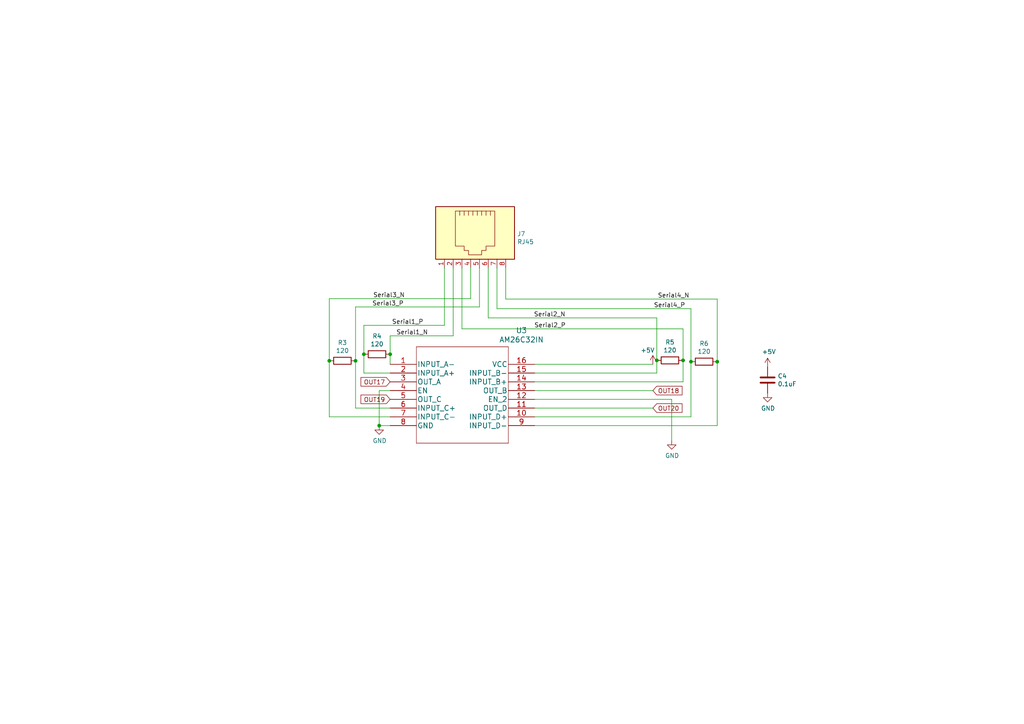
<source format=kicad_sch>
(kicad_sch (version 20211123) (generator eeschema)
  (paper "A4")
  (title_block (title "Wally Tree Driver") (date "2023-01-01") (rev "v1") (company "Scott Hanson"))
  (lib_symbols
    (symbol "Connector:RJ45" (pin_names (offset 1.016))
      (property "Reference" "J" (at -5.08 13.97 0))
      (property "Value" "RJ45" (at 2.54 13.97 0))
      (symbol "RJ45_0_1"
        (polyline (pts (xy -5.08 4.445) (xy -6.35 4.445)))
        (polyline (pts (xy -5.08 5.715) (xy -6.35 5.715)))
        (polyline (pts (xy -6.35 -3.175) (xy -5.08 -3.175) (xy -5.08 -3.175)))
        (polyline (pts (xy -6.35 -1.905) (xy -5.08 -1.905) (xy -5.08 -1.905)))
        (polyline (pts (xy -6.35 -0.635) (xy -5.08 -0.635) (xy -5.08 -0.635)))
        (polyline (pts (xy -6.35 0.635) (xy -5.08 0.635) (xy -5.08 0.635)))
        (polyline (pts (xy -6.35 1.905) (xy -5.08 1.905) (xy -5.08 1.905)))
        (polyline (pts (xy -5.08 3.175) (xy -6.35 3.175) (xy -6.35 3.175)))
        (polyline (pts (xy -6.35 -4.445) (xy -6.35 6.985) (xy 3.81 6.985) (xy 3.81 4.445) (xy 5.08 4.445) (xy 5.08 3.175) (xy 6.35 3.175) (xy 6.35 -0.635) (xy 5.08 -0.635) (xy 5.08 -1.905) (xy 3.81 -1.905) (xy 3.81 -4.445) (xy -6.35 -4.445) (xy -6.35 -4.445)))
        (rectangle (start 7.62 12.7) (end -7.62 -10.16) (stroke (width 0.254)) (fill (type background)))
      )
      (symbol "RJ45_1_1"
        (pin passive line (at 10.16 -7.62 180) (length 2.54) (name "~") (number "1"))
        (pin passive line (at 10.16 -5.08 180) (length 2.54) (name "~") (number "2"))
        (pin passive line (at 10.16 -2.54 180) (length 2.54) (name "~") (number "3"))
        (pin passive line (at 10.16 0 180) (length 2.54) (name "~") (number "4"))
        (pin passive line (at 10.16 2.54 180) (length 2.54) (name "~") (number "5"))
        (pin passive line (at 10.16 5.08 180) (length 2.54) (name "~") (number "6"))
        (pin passive line (at 10.16 7.62 180) (length 2.54) (name "~") (number "7"))
        (pin passive line (at 10.16 10.16 180) (length 2.54) (name "~") (number "8"))
      )
    )
    (symbol "Device:C" (pin_numbers hide) (pin_names (offset 0.254))
      (property "Reference" "C" (at 0.635 2.54 0))
      (property "Value" "C" (at 0.635 -2.54 0))
      (symbol "C_0_1"
        (polyline (pts (xy -2.032 -0.762) (xy 2.032 -0.762)) (stroke (width 0.508)))
        (polyline (pts (xy -2.032 0.762) (xy 2.032 0.762)) (stroke (width 0.508)))
      )
      (symbol "C_1_1"
        (pin passive line (at 0 3.81 270) (length 2.794) (name "~") (number "1"))
        (pin passive line (at 0 -3.81 90) (length 2.794) (name "~") (number "2"))
      )
    )
    (symbol "Device:R" (pin_numbers hide) (pin_names (offset 0))
      (property "Reference" "R" (at 2.032 0 90))
      (property "Value" "R" (at 0 0 90))
      (symbol "R_0_1"
        (rectangle (start -1.016 -2.54) (end 1.016 2.54) (stroke (width 0.254)))
      )
      (symbol "R_1_1"
        (pin passive line (at 0 3.81 270) (length 1.27) (name "~") (number "1"))
        (pin passive line (at 0 -3.81 90) (length 1.27) (name "~") (number "2"))
      )
    )
    (symbol "Scotts:AM26C32IN" (pin_names (offset 0.254))
      (property "Reference" "U" (at 20.32 11.43 0))
      (property "Value" "AM26C32IN" (at 20.32 8.89 0))
      (symbol "AM26C32IN_1_1"
        (polyline (pts (xy 7.62 5.08) (xy 7.62 -22.86)) (stroke (width 0.127)))
        (polyline (pts (xy 34.29 -22.86) (xy 34.29 5.08)) (stroke (width 0.127)))
        (rectangle (start 7.62 5.08) (end 34.29 5.08))
        (rectangle (start 34.29 -22.86) (end 7.62 -22.86))
        (pin unspecified line (at 0 0 0) (length 7.62) (name "INPUT_A-") (number "1"))
        (pin unspecified line (at 41.91 -15.24 180) (length 7.62) (name "INPUT_D+") (number "10"))
        (pin unspecified line (at 41.91 -12.7 180) (length 7.62) (name "OUT_D") (number "11"))
        (pin unspecified line (at 41.91 -10.16 180) (length 7.62) (name "EN_2") (number "12"))
        (pin unspecified line (at 41.91 -7.62 180) (length 7.62) (name "OUT_B") (number "13"))
        (pin unspecified line (at 41.91 -5.08 180) (length 7.62) (name "INPUT_B+") (number "14"))
        (pin unspecified line (at 41.91 -2.54 180) (length 7.62) (name "INPUT_B-") (number "15"))
        (pin unspecified line (at 41.91 0 180) (length 7.62) (name "VCC") (number "16"))
        (pin unspecified line (at 0 -2.54 0) (length 7.62) (name "INPUT_A+") (number "2"))
        (pin unspecified line (at 0 -5.08 0) (length 7.62) (name "OUT_A") (number "3"))
        (pin unspecified line (at 0 -7.62 0) (length 7.62) (name "EN") (number "4"))
        (pin unspecified line (at 0 -10.16 0) (length 7.62) (name "OUT_C") (number "5"))
        (pin unspecified line (at 0 -12.7 0) (length 7.62) (name "INPUT_C+") (number "6"))
        (pin unspecified line (at 0 -15.24 0) (length 7.62) (name "INPUT_C-") (number "7"))
        (pin unspecified line (at 0 -17.78 0) (length 7.62) (name "GND") (number "8"))
        (pin unspecified line (at 41.91 -17.78 180) (length 7.62) (name "INPUT_D-") (number "9"))
      )
    )
    (symbol "power:+5V" (power) (pin_names (offset 0))
      (property "Value" "+5V" (at 0 3.556 0))
      (symbol "+5V_0_1"
        (polyline (pts (xy -0.762 1.27) (xy 0 2.54)))
        (polyline (pts (xy 0 0) (xy 0 2.54)))
        (polyline (pts (xy 0 2.54) (xy 0.762 1.27)))
      )
      (symbol "+5V_1_1"
        (pin power_in line (at 0 0 90) (length 0) hide (name "+5V") (number "1"))
      )
    )
    (symbol "power:GND" (power) (pin_names (offset 0))
      (property "Value" "GND" (at 0 -3.81 0))
      (symbol "GND_0_1"
        (polyline (pts (xy 0 0) (xy 0 -1.27) (xy 1.27 -1.27) (xy 0 -2.54) (xy -1.27 -1.27) (xy 0 -1.27)))
      )
      (symbol "GND_1_1"
        (pin power_in line (at 0 0 270) (length 0) hide (name "GND") (number "1"))
      )
    )
  )
  (junction (at 95.504 104.648))
  (junction (at 208.026 104.902))
  (junction (at 198.12 104.521))
  (junction (at 109.982 123.444))
  (junction (at 200.406 104.902))
  (junction (at 190.5 104.521))
  (junction (at 105.537 102.743))
  (junction (at 103.124 104.648))
  (junction (at 113.157 102.743))
  (wire (pts (xy 109.982 113.284) (xy 109.982 123.444)))
  (wire (pts (xy 136.525 77.724) (xy 136.525 86.614)))
  (wire (pts (xy 155.067 120.904) (xy 200.406 120.904)))
  (wire (pts (xy 113.157 102.743) (xy 113.157 105.664)))
  (wire (pts (xy 139.065 77.724) (xy 139.065 89.027)))
  (wire (pts (xy 133.985 95.377) (xy 198.12 95.377)))
  (wire (pts (xy 144.145 77.724) (xy 144.145 89.535)))
  (wire (pts (xy 131.445 97.409) (xy 113.157 97.409)))
  (wire (pts (xy 131.445 77.724) (xy 131.445 97.409)))
  (wire (pts (xy 141.605 77.724) (xy 141.605 92.202)))
  (wire (pts (xy 128.905 77.724) (xy 128.905 94.361)))
  (wire (pts (xy 198.12 95.377) (xy 198.12 104.521)))
  (wire (pts (xy 105.537 108.204) (xy 113.157 108.204)))
  (wire (pts (xy 103.124 118.364) (xy 103.124 104.648)))
  (wire (pts (xy 155.067 118.364) (xy 189.357 118.364)))
  (wire (pts (xy 95.504 104.648) (xy 95.504 86.614)))
  (wire (pts (xy 155.067 105.664) (xy 189.357 105.664)))
  (wire (pts (xy 95.504 86.614) (xy 136.525 86.614)))
  (wire (pts (xy 113.157 113.284) (xy 109.982 113.284)))
  (wire (pts (xy 194.818 115.824) (xy 194.818 127.762)))
  (wire (pts (xy 109.982 123.444) (xy 113.157 123.444)))
  (wire (pts (xy 133.985 77.724) (xy 133.985 95.377)))
  (wire (pts (xy 155.067 113.284) (xy 189.357 113.284)))
  (wire (pts (xy 155.067 110.744) (xy 198.12 110.744)))
  (wire (pts (xy 146.685 86.741) (xy 208.026 86.741)))
  (wire (pts (xy 146.685 86.741) (xy 146.685 77.724)))
  (wire (pts (xy 208.026 104.902) (xy 208.026 86.741)))
  (wire (pts (xy 200.406 104.902) (xy 200.406 120.904)))
  (wire (pts (xy 113.157 120.904) (xy 95.504 120.904)))
  (wire (pts (xy 155.067 108.204) (xy 190.5 108.204)))
  (wire (pts (xy 128.905 94.361) (xy 105.537 94.361)))
  (wire (pts (xy 208.026 123.444) (xy 208.026 104.902)))
  (wire (pts (xy 144.145 89.535) (xy 200.406 89.535)))
  (wire (pts (xy 198.12 104.521) (xy 198.12 110.744)))
  (wire (pts (xy 155.067 115.824) (xy 194.818 115.824)))
  (wire (pts (xy 95.504 120.904) (xy 95.504 104.648)))
  (wire (pts (xy 113.157 97.409) (xy 113.157 102.743)))
  (wire (pts (xy 105.537 94.361) (xy 105.537 102.743)))
  (wire (pts (xy 103.124 104.648) (xy 103.124 89.027)))
  (wire (pts (xy 113.157 118.364) (xy 103.124 118.364)))
  (wire (pts (xy 190.5 104.521) (xy 190.5 92.202)))
  (wire (pts (xy 190.5 108.204) (xy 190.5 104.521)))
  (wire (pts (xy 103.124 89.027) (xy 139.065 89.027)))
  (wire (pts (xy 141.605 92.202) (xy 190.5 92.202)))
  (wire (pts (xy 200.406 89.535) (xy 200.406 104.902)))
  (wire (pts (xy 155.067 123.444) (xy 208.026 123.444)))
  (wire (pts (xy 105.537 102.743) (xy 105.537 108.204)))
  (label "Serial2_N" (at 154.813 92.202 0))
  (label "Serial1_P" (at 113.665 94.361 0))
  (label "Serial1_N" (at 114.935 97.409 0))
  (label "Serial3_N" (at 108.204 86.614 0))
  (label "Serial4_P" (at 189.611 89.535 0))
  (label "Serial2_P" (at 154.94 95.377 0))
  (label "Serial3_P" (at 107.95 89.027 0))
  (label "Serial4_N" (at 190.754 86.741 0))
  (global_label "OUT17" (shape input) (at 113.157 110.744 180) (property "Intersheet References" "${INTERSHEET_REFS}" (effects hide)))
  (global_label "OUT20" (shape input) (at 189.357 118.364 0) (property "Intersheet References" "${INTERSHEET_REFS}" (effects hide)))
  (global_label "OUT19" (shape input) (at 113.157 115.824 180) (property "Intersheet References" "${INTERSHEET_REFS}" (effects hide)))
  (global_label "OUT18" (shape input) (at 189.357 113.284 0) (property "Intersheet References" "${INTERSHEET_REFS}" (effects hide)))
  (symbol (lib_id "Scotts:AM26C32IN") (at 113.157 105.664 0) (unit 1)
    (property "Reference" "U3" (at 151.257 95.8342 0) (effects (font (size 1.524 1.524))))
    (property "Value" "AM26C32IN" (at 151.257 98.5266 0) (effects (font (size 1.524 1.524))))
    (property "Footprint" "Package_SO:SOIC-16_3.9x9.9mm_P1.27mm" (effects hide))
    (property "Digi-Key_PN" "296-37322-1-ND" (effects hide))
    (property "MPN" "AM26C32INSR" (effects hide))
    (property "LCSC_PN" "C6180" (effects hide))
  )
  (symbol (lib_id "Connector:RJ45") (at 136.525 67.564 270) (unit 1)
    (property "Reference" "J7" (at 149.987 67.8434 90) (effects (justify left)))
    (property "Value" "RJ45" (at 149.987 70.1548 90) (effects (justify left)))
    (property "Footprint" "Scotts:RJ45_Amphenol_54602-x08_Horizontal" (effects hide))
    (property "Digi-Key_PN" "AE10392-ND" (effects hide))
    (property "MPN" "A-2014-2-4-R" (effects hide))
    (property "LCSC_PN" "C2938579" (effects hide))
  )
  (symbol (lib_id "power:+5V") (at 189.357 105.664 0) (unit 1)
    (property "Reference" "#PWR017" (effects hide))
    (property "Value" "+5V" (at 187.833 101.6 0))
  )
  (symbol (lib_id "power:GND") (at 194.818 127.762 0) (unit 1)
    (property "Reference" "#PWR018" (effects hide))
    (property "Value" "GND" (at 194.945 132.1562 0))
  )
  (symbol (lib_id "power:GND") (at 109.982 123.444 0) (unit 1)
    (property "Reference" "#PWR016" (effects hide))
    (property "Value" "GND" (at 110.109 127.8382 0))
  )
  (symbol (lib_id "Device:C") (at 222.631 110.236 0) (unit 1)
    (property "Reference" "C4" (at 225.552 109.0676 0) (effects (justify left)))
    (property "Value" "0.1uF" (at 225.552 111.379 0) (effects (justify left)))
    (property "Footprint" "Capacitor_SMD:C_0402_1005Metric" (effects hide))
    (property "Digi-Key_PN" "1292-1630-1-ND" (effects hide))
    (property "MPN" "0402B104K160CT" (effects hide))
    (property "LCSC_PN" "C1525" (effects hide))
  )
  (symbol (lib_id "power:GND") (at 222.631 114.046 0) (unit 1)
    (property "Reference" "#PWR024" (effects hide))
    (property "Value" "GND" (at 222.758 118.4402 0))
  )
  (symbol (lib_id "power:+5V") (at 222.631 106.426 0) (unit 1)
    (property "Reference" "#PWR023" (effects hide))
    (property "Value" "+5V" (at 223.012 102.0318 0))
  )
  (symbol (lib_id "Device:R") (at 99.314 104.648 270) (unit 1)
    (property "Reference" "R3" (at 99.314 99.3902 90))
    (property "Value" "120" (at 99.314 101.7016 90))
    (property "Footprint" "Resistor_SMD:R_0603_1608Metric_Pad0.98x0.95mm_HandSolder" (effects hide))
    (property "LCSC_PN" "C22787" (effects hide))
    (property "Digi-Key_PN" "A129677CT-ND" (effects hide))
    (property "MPN" "CRGCQ0603F120R" (effects hide))
  )
  (symbol (lib_id "Device:R") (at 109.347 102.743 270) (unit 1)
    (property "Reference" "R4" (at 109.347 97.4852 90))
    (property "Value" "120" (at 109.347 99.7966 90))
    (property "Footprint" "Resistor_SMD:R_0603_1608Metric_Pad0.98x0.95mm_HandSolder" (effects hide))
    (property "LCSC_PN" "C22787" (effects hide))
    (property "Digi-Key_PN" "A129677CT-ND" (effects hide))
    (property "MPN" "CRGCQ0603F120R" (effects hide))
  )
  (symbol (lib_id "Device:R") (at 194.31 104.521 270) (unit 1)
    (property "Reference" "R5" (at 194.31 99.2632 90))
    (property "Value" "120" (at 194.31 101.5746 90))
    (property "Footprint" "Resistor_SMD:R_0603_1608Metric_Pad0.98x0.95mm_HandSolder" (effects hide))
    (property "LCSC_PN" "C22787" (effects hide))
    (property "Digi-Key_PN" "A129677CT-ND" (effects hide))
    (property "MPN" "CRGCQ0603F120R" (effects hide))
  )
  (symbol (lib_id "Device:R") (at 204.216 104.902 270) (unit 1)
    (property "Reference" "R6" (at 204.216 99.6442 90))
    (property "Value" "120" (at 204.216 101.9556 90))
    (property "Footprint" "Resistor_SMD:R_0603_1608Metric_Pad0.98x0.95mm_HandSolder" (effects hide))
    (property "LCSC_PN" "C22787" (effects hide))
    (property "Digi-Key_PN" "A129677CT-ND" (effects hide))
    (property "MPN" "CRGCQ0603F120R" (effects hide))
  )
)
</source>
